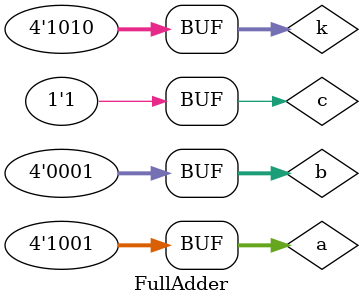
<source format=v>
module CLA(a,b,c,s,co);
	input [3:0] a,b;
	input [0:0] c;
	output [4:0] s;
	output [0:0] co;
	wire [0:0] cx0, cx1, cx2;
	Carry c1(.a(a[0:0]), .b(b[0:0]), .c(c[0:0]), .s(s[0:0]), .co(cx0[0:0]));
	Carry c2(.a(a[1:1]), .b(b[1:1]), .c(cx0[0:0]), .s(s[1:1]), .co(cx1[0:0]));
	Carry c3(.a(a[2:2]), .b(b[2:2]), .c(cx1[0:0]), .s(s[2:2]), .co(cx2[0:0]));
	Carry c4(.a(a[3:3]), .b(b[3:3]), .c(cx2[0:0]), .s(s[3:3]), .co(s[4:4]));
	assign co[0:0] = s[4:4];
endmodule

module Oracle(a,k,enca);
	input [3:0] a;
	input [3:0] k;
	output [3:0] enca;
	assign enca[3:0] = a[3:0] ^ k[3:0];
endmodule

module Carry(a,b,c,s,co);
	input [0:0] a;
	input [0:0] b;
	input [0:0] c;
	output [0:0] s;
	output [0:0] co;
	wire [0:0] out1, out2, out3, out4;
	assign out1 = a & b;
	assign out2 = a ^ b;
	assign out3 = out2 & c;
	assign co = out3 | out1;
	assign out4 = a ^ b;
	assign s = out4 ^ c;
endmodule

 module FullAdder;
	reg [3:0] a;
	reg [3:0] b;
	reg [0:0] c;
	reg [3:0] k;
	wire [3:0] enca;
	wire [4:0] s;
	wire [0:0] co;
	Oracle ora (.a(a), .k(k), .enca(enca));
	CLA cla (.a(enca), .b(b), .c(c), .s(s), .co(co));
	initial begin
	k='b1010;
  	a=9;
  	b=1;
  	c=1;
  	$dumpfile(" 10.vcd");
	$dumpvars;
	end
endmodule

</source>
